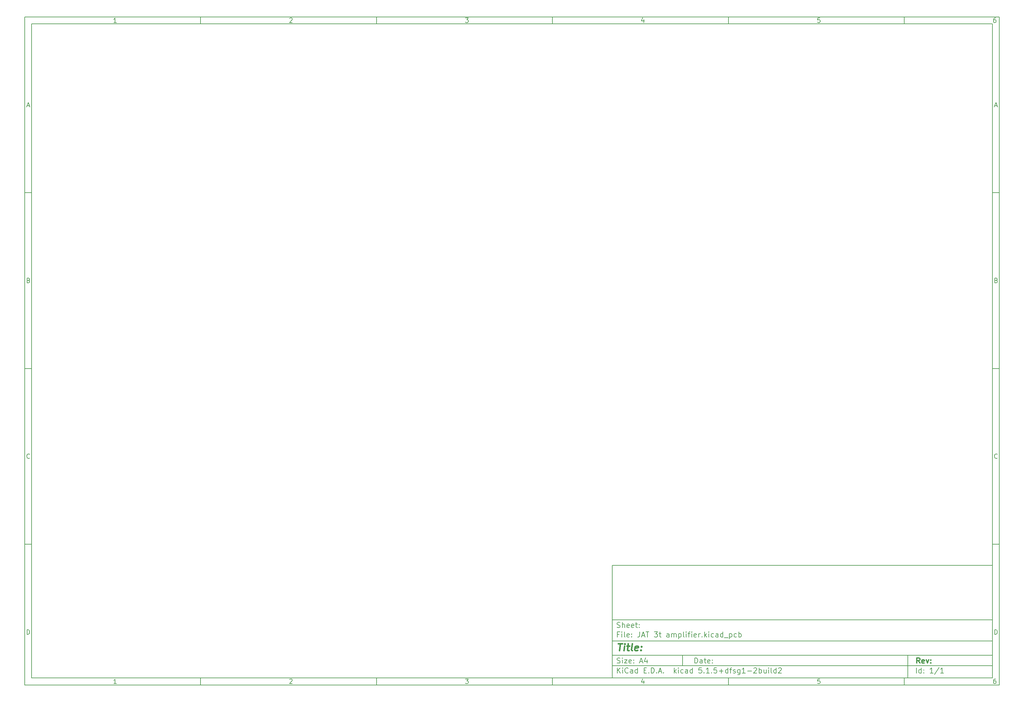
<source format=gbo>
G04 #@! TF.GenerationSoftware,KiCad,Pcbnew,5.1.5+dfsg1-2build2*
G04 #@! TF.CreationDate,2020-06-12T12:31:15-06:00*
G04 #@! TF.ProjectId,JAT 3t amplifier,4a415420-3374-4206-916d-706c69666965,rev?*
G04 #@! TF.SameCoordinates,Original*
G04 #@! TF.FileFunction,Legend,Bot*
G04 #@! TF.FilePolarity,Positive*
%FSLAX46Y46*%
G04 Gerber Fmt 4.6, Leading zero omitted, Abs format (unit mm)*
G04 Created by KiCad (PCBNEW 5.1.5+dfsg1-2build2) date 2020-06-12 12:31:15*
%MOMM*%
%LPD*%
G04 APERTURE LIST*
%ADD10C,0.100000*%
%ADD11C,0.150000*%
%ADD12C,0.300000*%
%ADD13C,0.400000*%
G04 APERTURE END LIST*
D10*
D11*
X177002200Y-166007200D02*
X177002200Y-198007200D01*
X285002200Y-198007200D01*
X285002200Y-166007200D01*
X177002200Y-166007200D01*
D10*
D11*
X10000000Y-10000000D02*
X10000000Y-200007200D01*
X287002200Y-200007200D01*
X287002200Y-10000000D01*
X10000000Y-10000000D01*
D10*
D11*
X12000000Y-12000000D02*
X12000000Y-198007200D01*
X285002200Y-198007200D01*
X285002200Y-12000000D01*
X12000000Y-12000000D01*
D10*
D11*
X60000000Y-12000000D02*
X60000000Y-10000000D01*
D10*
D11*
X110000000Y-12000000D02*
X110000000Y-10000000D01*
D10*
D11*
X160000000Y-12000000D02*
X160000000Y-10000000D01*
D10*
D11*
X210000000Y-12000000D02*
X210000000Y-10000000D01*
D10*
D11*
X260000000Y-12000000D02*
X260000000Y-10000000D01*
D10*
D11*
X36065476Y-11588095D02*
X35322619Y-11588095D01*
X35694047Y-11588095D02*
X35694047Y-10288095D01*
X35570238Y-10473809D01*
X35446428Y-10597619D01*
X35322619Y-10659523D01*
D10*
D11*
X85322619Y-10411904D02*
X85384523Y-10350000D01*
X85508333Y-10288095D01*
X85817857Y-10288095D01*
X85941666Y-10350000D01*
X86003571Y-10411904D01*
X86065476Y-10535714D01*
X86065476Y-10659523D01*
X86003571Y-10845238D01*
X85260714Y-11588095D01*
X86065476Y-11588095D01*
D10*
D11*
X135260714Y-10288095D02*
X136065476Y-10288095D01*
X135632142Y-10783333D01*
X135817857Y-10783333D01*
X135941666Y-10845238D01*
X136003571Y-10907142D01*
X136065476Y-11030952D01*
X136065476Y-11340476D01*
X136003571Y-11464285D01*
X135941666Y-11526190D01*
X135817857Y-11588095D01*
X135446428Y-11588095D01*
X135322619Y-11526190D01*
X135260714Y-11464285D01*
D10*
D11*
X185941666Y-10721428D02*
X185941666Y-11588095D01*
X185632142Y-10226190D02*
X185322619Y-11154761D01*
X186127380Y-11154761D01*
D10*
D11*
X236003571Y-10288095D02*
X235384523Y-10288095D01*
X235322619Y-10907142D01*
X235384523Y-10845238D01*
X235508333Y-10783333D01*
X235817857Y-10783333D01*
X235941666Y-10845238D01*
X236003571Y-10907142D01*
X236065476Y-11030952D01*
X236065476Y-11340476D01*
X236003571Y-11464285D01*
X235941666Y-11526190D01*
X235817857Y-11588095D01*
X235508333Y-11588095D01*
X235384523Y-11526190D01*
X235322619Y-11464285D01*
D10*
D11*
X285941666Y-10288095D02*
X285694047Y-10288095D01*
X285570238Y-10350000D01*
X285508333Y-10411904D01*
X285384523Y-10597619D01*
X285322619Y-10845238D01*
X285322619Y-11340476D01*
X285384523Y-11464285D01*
X285446428Y-11526190D01*
X285570238Y-11588095D01*
X285817857Y-11588095D01*
X285941666Y-11526190D01*
X286003571Y-11464285D01*
X286065476Y-11340476D01*
X286065476Y-11030952D01*
X286003571Y-10907142D01*
X285941666Y-10845238D01*
X285817857Y-10783333D01*
X285570238Y-10783333D01*
X285446428Y-10845238D01*
X285384523Y-10907142D01*
X285322619Y-11030952D01*
D10*
D11*
X60000000Y-198007200D02*
X60000000Y-200007200D01*
D10*
D11*
X110000000Y-198007200D02*
X110000000Y-200007200D01*
D10*
D11*
X160000000Y-198007200D02*
X160000000Y-200007200D01*
D10*
D11*
X210000000Y-198007200D02*
X210000000Y-200007200D01*
D10*
D11*
X260000000Y-198007200D02*
X260000000Y-200007200D01*
D10*
D11*
X36065476Y-199595295D02*
X35322619Y-199595295D01*
X35694047Y-199595295D02*
X35694047Y-198295295D01*
X35570238Y-198481009D01*
X35446428Y-198604819D01*
X35322619Y-198666723D01*
D10*
D11*
X85322619Y-198419104D02*
X85384523Y-198357200D01*
X85508333Y-198295295D01*
X85817857Y-198295295D01*
X85941666Y-198357200D01*
X86003571Y-198419104D01*
X86065476Y-198542914D01*
X86065476Y-198666723D01*
X86003571Y-198852438D01*
X85260714Y-199595295D01*
X86065476Y-199595295D01*
D10*
D11*
X135260714Y-198295295D02*
X136065476Y-198295295D01*
X135632142Y-198790533D01*
X135817857Y-198790533D01*
X135941666Y-198852438D01*
X136003571Y-198914342D01*
X136065476Y-199038152D01*
X136065476Y-199347676D01*
X136003571Y-199471485D01*
X135941666Y-199533390D01*
X135817857Y-199595295D01*
X135446428Y-199595295D01*
X135322619Y-199533390D01*
X135260714Y-199471485D01*
D10*
D11*
X185941666Y-198728628D02*
X185941666Y-199595295D01*
X185632142Y-198233390D02*
X185322619Y-199161961D01*
X186127380Y-199161961D01*
D10*
D11*
X236003571Y-198295295D02*
X235384523Y-198295295D01*
X235322619Y-198914342D01*
X235384523Y-198852438D01*
X235508333Y-198790533D01*
X235817857Y-198790533D01*
X235941666Y-198852438D01*
X236003571Y-198914342D01*
X236065476Y-199038152D01*
X236065476Y-199347676D01*
X236003571Y-199471485D01*
X235941666Y-199533390D01*
X235817857Y-199595295D01*
X235508333Y-199595295D01*
X235384523Y-199533390D01*
X235322619Y-199471485D01*
D10*
D11*
X285941666Y-198295295D02*
X285694047Y-198295295D01*
X285570238Y-198357200D01*
X285508333Y-198419104D01*
X285384523Y-198604819D01*
X285322619Y-198852438D01*
X285322619Y-199347676D01*
X285384523Y-199471485D01*
X285446428Y-199533390D01*
X285570238Y-199595295D01*
X285817857Y-199595295D01*
X285941666Y-199533390D01*
X286003571Y-199471485D01*
X286065476Y-199347676D01*
X286065476Y-199038152D01*
X286003571Y-198914342D01*
X285941666Y-198852438D01*
X285817857Y-198790533D01*
X285570238Y-198790533D01*
X285446428Y-198852438D01*
X285384523Y-198914342D01*
X285322619Y-199038152D01*
D10*
D11*
X10000000Y-60000000D02*
X12000000Y-60000000D01*
D10*
D11*
X10000000Y-110000000D02*
X12000000Y-110000000D01*
D10*
D11*
X10000000Y-160000000D02*
X12000000Y-160000000D01*
D10*
D11*
X10690476Y-35216666D02*
X11309523Y-35216666D01*
X10566666Y-35588095D02*
X11000000Y-34288095D01*
X11433333Y-35588095D01*
D10*
D11*
X11092857Y-84907142D02*
X11278571Y-84969047D01*
X11340476Y-85030952D01*
X11402380Y-85154761D01*
X11402380Y-85340476D01*
X11340476Y-85464285D01*
X11278571Y-85526190D01*
X11154761Y-85588095D01*
X10659523Y-85588095D01*
X10659523Y-84288095D01*
X11092857Y-84288095D01*
X11216666Y-84350000D01*
X11278571Y-84411904D01*
X11340476Y-84535714D01*
X11340476Y-84659523D01*
X11278571Y-84783333D01*
X11216666Y-84845238D01*
X11092857Y-84907142D01*
X10659523Y-84907142D01*
D10*
D11*
X11402380Y-135464285D02*
X11340476Y-135526190D01*
X11154761Y-135588095D01*
X11030952Y-135588095D01*
X10845238Y-135526190D01*
X10721428Y-135402380D01*
X10659523Y-135278571D01*
X10597619Y-135030952D01*
X10597619Y-134845238D01*
X10659523Y-134597619D01*
X10721428Y-134473809D01*
X10845238Y-134350000D01*
X11030952Y-134288095D01*
X11154761Y-134288095D01*
X11340476Y-134350000D01*
X11402380Y-134411904D01*
D10*
D11*
X10659523Y-185588095D02*
X10659523Y-184288095D01*
X10969047Y-184288095D01*
X11154761Y-184350000D01*
X11278571Y-184473809D01*
X11340476Y-184597619D01*
X11402380Y-184845238D01*
X11402380Y-185030952D01*
X11340476Y-185278571D01*
X11278571Y-185402380D01*
X11154761Y-185526190D01*
X10969047Y-185588095D01*
X10659523Y-185588095D01*
D10*
D11*
X287002200Y-60000000D02*
X285002200Y-60000000D01*
D10*
D11*
X287002200Y-110000000D02*
X285002200Y-110000000D01*
D10*
D11*
X287002200Y-160000000D02*
X285002200Y-160000000D01*
D10*
D11*
X285692676Y-35216666D02*
X286311723Y-35216666D01*
X285568866Y-35588095D02*
X286002200Y-34288095D01*
X286435533Y-35588095D01*
D10*
D11*
X286095057Y-84907142D02*
X286280771Y-84969047D01*
X286342676Y-85030952D01*
X286404580Y-85154761D01*
X286404580Y-85340476D01*
X286342676Y-85464285D01*
X286280771Y-85526190D01*
X286156961Y-85588095D01*
X285661723Y-85588095D01*
X285661723Y-84288095D01*
X286095057Y-84288095D01*
X286218866Y-84350000D01*
X286280771Y-84411904D01*
X286342676Y-84535714D01*
X286342676Y-84659523D01*
X286280771Y-84783333D01*
X286218866Y-84845238D01*
X286095057Y-84907142D01*
X285661723Y-84907142D01*
D10*
D11*
X286404580Y-135464285D02*
X286342676Y-135526190D01*
X286156961Y-135588095D01*
X286033152Y-135588095D01*
X285847438Y-135526190D01*
X285723628Y-135402380D01*
X285661723Y-135278571D01*
X285599819Y-135030952D01*
X285599819Y-134845238D01*
X285661723Y-134597619D01*
X285723628Y-134473809D01*
X285847438Y-134350000D01*
X286033152Y-134288095D01*
X286156961Y-134288095D01*
X286342676Y-134350000D01*
X286404580Y-134411904D01*
D10*
D11*
X285661723Y-185588095D02*
X285661723Y-184288095D01*
X285971247Y-184288095D01*
X286156961Y-184350000D01*
X286280771Y-184473809D01*
X286342676Y-184597619D01*
X286404580Y-184845238D01*
X286404580Y-185030952D01*
X286342676Y-185278571D01*
X286280771Y-185402380D01*
X286156961Y-185526190D01*
X285971247Y-185588095D01*
X285661723Y-185588095D01*
D10*
D11*
X200434342Y-193785771D02*
X200434342Y-192285771D01*
X200791485Y-192285771D01*
X201005771Y-192357200D01*
X201148628Y-192500057D01*
X201220057Y-192642914D01*
X201291485Y-192928628D01*
X201291485Y-193142914D01*
X201220057Y-193428628D01*
X201148628Y-193571485D01*
X201005771Y-193714342D01*
X200791485Y-193785771D01*
X200434342Y-193785771D01*
X202577200Y-193785771D02*
X202577200Y-193000057D01*
X202505771Y-192857200D01*
X202362914Y-192785771D01*
X202077200Y-192785771D01*
X201934342Y-192857200D01*
X202577200Y-193714342D02*
X202434342Y-193785771D01*
X202077200Y-193785771D01*
X201934342Y-193714342D01*
X201862914Y-193571485D01*
X201862914Y-193428628D01*
X201934342Y-193285771D01*
X202077200Y-193214342D01*
X202434342Y-193214342D01*
X202577200Y-193142914D01*
X203077200Y-192785771D02*
X203648628Y-192785771D01*
X203291485Y-192285771D02*
X203291485Y-193571485D01*
X203362914Y-193714342D01*
X203505771Y-193785771D01*
X203648628Y-193785771D01*
X204720057Y-193714342D02*
X204577200Y-193785771D01*
X204291485Y-193785771D01*
X204148628Y-193714342D01*
X204077200Y-193571485D01*
X204077200Y-193000057D01*
X204148628Y-192857200D01*
X204291485Y-192785771D01*
X204577200Y-192785771D01*
X204720057Y-192857200D01*
X204791485Y-193000057D01*
X204791485Y-193142914D01*
X204077200Y-193285771D01*
X205434342Y-193642914D02*
X205505771Y-193714342D01*
X205434342Y-193785771D01*
X205362914Y-193714342D01*
X205434342Y-193642914D01*
X205434342Y-193785771D01*
X205434342Y-192857200D02*
X205505771Y-192928628D01*
X205434342Y-193000057D01*
X205362914Y-192928628D01*
X205434342Y-192857200D01*
X205434342Y-193000057D01*
D10*
D11*
X177002200Y-194507200D02*
X285002200Y-194507200D01*
D10*
D11*
X178434342Y-196585771D02*
X178434342Y-195085771D01*
X179291485Y-196585771D02*
X178648628Y-195728628D01*
X179291485Y-195085771D02*
X178434342Y-195942914D01*
X179934342Y-196585771D02*
X179934342Y-195585771D01*
X179934342Y-195085771D02*
X179862914Y-195157200D01*
X179934342Y-195228628D01*
X180005771Y-195157200D01*
X179934342Y-195085771D01*
X179934342Y-195228628D01*
X181505771Y-196442914D02*
X181434342Y-196514342D01*
X181220057Y-196585771D01*
X181077200Y-196585771D01*
X180862914Y-196514342D01*
X180720057Y-196371485D01*
X180648628Y-196228628D01*
X180577200Y-195942914D01*
X180577200Y-195728628D01*
X180648628Y-195442914D01*
X180720057Y-195300057D01*
X180862914Y-195157200D01*
X181077200Y-195085771D01*
X181220057Y-195085771D01*
X181434342Y-195157200D01*
X181505771Y-195228628D01*
X182791485Y-196585771D02*
X182791485Y-195800057D01*
X182720057Y-195657200D01*
X182577200Y-195585771D01*
X182291485Y-195585771D01*
X182148628Y-195657200D01*
X182791485Y-196514342D02*
X182648628Y-196585771D01*
X182291485Y-196585771D01*
X182148628Y-196514342D01*
X182077200Y-196371485D01*
X182077200Y-196228628D01*
X182148628Y-196085771D01*
X182291485Y-196014342D01*
X182648628Y-196014342D01*
X182791485Y-195942914D01*
X184148628Y-196585771D02*
X184148628Y-195085771D01*
X184148628Y-196514342D02*
X184005771Y-196585771D01*
X183720057Y-196585771D01*
X183577200Y-196514342D01*
X183505771Y-196442914D01*
X183434342Y-196300057D01*
X183434342Y-195871485D01*
X183505771Y-195728628D01*
X183577200Y-195657200D01*
X183720057Y-195585771D01*
X184005771Y-195585771D01*
X184148628Y-195657200D01*
X186005771Y-195800057D02*
X186505771Y-195800057D01*
X186720057Y-196585771D02*
X186005771Y-196585771D01*
X186005771Y-195085771D01*
X186720057Y-195085771D01*
X187362914Y-196442914D02*
X187434342Y-196514342D01*
X187362914Y-196585771D01*
X187291485Y-196514342D01*
X187362914Y-196442914D01*
X187362914Y-196585771D01*
X188077200Y-196585771D02*
X188077200Y-195085771D01*
X188434342Y-195085771D01*
X188648628Y-195157200D01*
X188791485Y-195300057D01*
X188862914Y-195442914D01*
X188934342Y-195728628D01*
X188934342Y-195942914D01*
X188862914Y-196228628D01*
X188791485Y-196371485D01*
X188648628Y-196514342D01*
X188434342Y-196585771D01*
X188077200Y-196585771D01*
X189577200Y-196442914D02*
X189648628Y-196514342D01*
X189577200Y-196585771D01*
X189505771Y-196514342D01*
X189577200Y-196442914D01*
X189577200Y-196585771D01*
X190220057Y-196157200D02*
X190934342Y-196157200D01*
X190077200Y-196585771D02*
X190577200Y-195085771D01*
X191077200Y-196585771D01*
X191577200Y-196442914D02*
X191648628Y-196514342D01*
X191577200Y-196585771D01*
X191505771Y-196514342D01*
X191577200Y-196442914D01*
X191577200Y-196585771D01*
X194577200Y-196585771D02*
X194577200Y-195085771D01*
X194720057Y-196014342D02*
X195148628Y-196585771D01*
X195148628Y-195585771D02*
X194577200Y-196157200D01*
X195791485Y-196585771D02*
X195791485Y-195585771D01*
X195791485Y-195085771D02*
X195720057Y-195157200D01*
X195791485Y-195228628D01*
X195862914Y-195157200D01*
X195791485Y-195085771D01*
X195791485Y-195228628D01*
X197148628Y-196514342D02*
X197005771Y-196585771D01*
X196720057Y-196585771D01*
X196577200Y-196514342D01*
X196505771Y-196442914D01*
X196434342Y-196300057D01*
X196434342Y-195871485D01*
X196505771Y-195728628D01*
X196577200Y-195657200D01*
X196720057Y-195585771D01*
X197005771Y-195585771D01*
X197148628Y-195657200D01*
X198434342Y-196585771D02*
X198434342Y-195800057D01*
X198362914Y-195657200D01*
X198220057Y-195585771D01*
X197934342Y-195585771D01*
X197791485Y-195657200D01*
X198434342Y-196514342D02*
X198291485Y-196585771D01*
X197934342Y-196585771D01*
X197791485Y-196514342D01*
X197720057Y-196371485D01*
X197720057Y-196228628D01*
X197791485Y-196085771D01*
X197934342Y-196014342D01*
X198291485Y-196014342D01*
X198434342Y-195942914D01*
X199791485Y-196585771D02*
X199791485Y-195085771D01*
X199791485Y-196514342D02*
X199648628Y-196585771D01*
X199362914Y-196585771D01*
X199220057Y-196514342D01*
X199148628Y-196442914D01*
X199077200Y-196300057D01*
X199077200Y-195871485D01*
X199148628Y-195728628D01*
X199220057Y-195657200D01*
X199362914Y-195585771D01*
X199648628Y-195585771D01*
X199791485Y-195657200D01*
X202362914Y-195085771D02*
X201648628Y-195085771D01*
X201577200Y-195800057D01*
X201648628Y-195728628D01*
X201791485Y-195657200D01*
X202148628Y-195657200D01*
X202291485Y-195728628D01*
X202362914Y-195800057D01*
X202434342Y-195942914D01*
X202434342Y-196300057D01*
X202362914Y-196442914D01*
X202291485Y-196514342D01*
X202148628Y-196585771D01*
X201791485Y-196585771D01*
X201648628Y-196514342D01*
X201577200Y-196442914D01*
X203077200Y-196442914D02*
X203148628Y-196514342D01*
X203077200Y-196585771D01*
X203005771Y-196514342D01*
X203077200Y-196442914D01*
X203077200Y-196585771D01*
X204577200Y-196585771D02*
X203720057Y-196585771D01*
X204148628Y-196585771D02*
X204148628Y-195085771D01*
X204005771Y-195300057D01*
X203862914Y-195442914D01*
X203720057Y-195514342D01*
X205220057Y-196442914D02*
X205291485Y-196514342D01*
X205220057Y-196585771D01*
X205148628Y-196514342D01*
X205220057Y-196442914D01*
X205220057Y-196585771D01*
X206648628Y-195085771D02*
X205934342Y-195085771D01*
X205862914Y-195800057D01*
X205934342Y-195728628D01*
X206077200Y-195657200D01*
X206434342Y-195657200D01*
X206577200Y-195728628D01*
X206648628Y-195800057D01*
X206720057Y-195942914D01*
X206720057Y-196300057D01*
X206648628Y-196442914D01*
X206577200Y-196514342D01*
X206434342Y-196585771D01*
X206077200Y-196585771D01*
X205934342Y-196514342D01*
X205862914Y-196442914D01*
X207362914Y-196014342D02*
X208505771Y-196014342D01*
X207934342Y-196585771D02*
X207934342Y-195442914D01*
X209862914Y-196585771D02*
X209862914Y-195085771D01*
X209862914Y-196514342D02*
X209720057Y-196585771D01*
X209434342Y-196585771D01*
X209291485Y-196514342D01*
X209220057Y-196442914D01*
X209148628Y-196300057D01*
X209148628Y-195871485D01*
X209220057Y-195728628D01*
X209291485Y-195657200D01*
X209434342Y-195585771D01*
X209720057Y-195585771D01*
X209862914Y-195657200D01*
X210362914Y-195585771D02*
X210934342Y-195585771D01*
X210577200Y-196585771D02*
X210577200Y-195300057D01*
X210648628Y-195157200D01*
X210791485Y-195085771D01*
X210934342Y-195085771D01*
X211362914Y-196514342D02*
X211505771Y-196585771D01*
X211791485Y-196585771D01*
X211934342Y-196514342D01*
X212005771Y-196371485D01*
X212005771Y-196300057D01*
X211934342Y-196157200D01*
X211791485Y-196085771D01*
X211577200Y-196085771D01*
X211434342Y-196014342D01*
X211362914Y-195871485D01*
X211362914Y-195800057D01*
X211434342Y-195657200D01*
X211577200Y-195585771D01*
X211791485Y-195585771D01*
X211934342Y-195657200D01*
X213291485Y-195585771D02*
X213291485Y-196800057D01*
X213220057Y-196942914D01*
X213148628Y-197014342D01*
X213005771Y-197085771D01*
X212791485Y-197085771D01*
X212648628Y-197014342D01*
X213291485Y-196514342D02*
X213148628Y-196585771D01*
X212862914Y-196585771D01*
X212720057Y-196514342D01*
X212648628Y-196442914D01*
X212577200Y-196300057D01*
X212577200Y-195871485D01*
X212648628Y-195728628D01*
X212720057Y-195657200D01*
X212862914Y-195585771D01*
X213148628Y-195585771D01*
X213291485Y-195657200D01*
X214791485Y-196585771D02*
X213934342Y-196585771D01*
X214362914Y-196585771D02*
X214362914Y-195085771D01*
X214220057Y-195300057D01*
X214077200Y-195442914D01*
X213934342Y-195514342D01*
X215434342Y-196014342D02*
X216577200Y-196014342D01*
X217220057Y-195228628D02*
X217291485Y-195157200D01*
X217434342Y-195085771D01*
X217791485Y-195085771D01*
X217934342Y-195157200D01*
X218005771Y-195228628D01*
X218077200Y-195371485D01*
X218077200Y-195514342D01*
X218005771Y-195728628D01*
X217148628Y-196585771D01*
X218077200Y-196585771D01*
X218720057Y-196585771D02*
X218720057Y-195085771D01*
X218720057Y-195657200D02*
X218862914Y-195585771D01*
X219148628Y-195585771D01*
X219291485Y-195657200D01*
X219362914Y-195728628D01*
X219434342Y-195871485D01*
X219434342Y-196300057D01*
X219362914Y-196442914D01*
X219291485Y-196514342D01*
X219148628Y-196585771D01*
X218862914Y-196585771D01*
X218720057Y-196514342D01*
X220720057Y-195585771D02*
X220720057Y-196585771D01*
X220077200Y-195585771D02*
X220077200Y-196371485D01*
X220148628Y-196514342D01*
X220291485Y-196585771D01*
X220505771Y-196585771D01*
X220648628Y-196514342D01*
X220720057Y-196442914D01*
X221434342Y-196585771D02*
X221434342Y-195585771D01*
X221434342Y-195085771D02*
X221362914Y-195157200D01*
X221434342Y-195228628D01*
X221505771Y-195157200D01*
X221434342Y-195085771D01*
X221434342Y-195228628D01*
X222362914Y-196585771D02*
X222220057Y-196514342D01*
X222148628Y-196371485D01*
X222148628Y-195085771D01*
X223577200Y-196585771D02*
X223577200Y-195085771D01*
X223577200Y-196514342D02*
X223434342Y-196585771D01*
X223148628Y-196585771D01*
X223005771Y-196514342D01*
X222934342Y-196442914D01*
X222862914Y-196300057D01*
X222862914Y-195871485D01*
X222934342Y-195728628D01*
X223005771Y-195657200D01*
X223148628Y-195585771D01*
X223434342Y-195585771D01*
X223577200Y-195657200D01*
X224220057Y-195228628D02*
X224291485Y-195157200D01*
X224434342Y-195085771D01*
X224791485Y-195085771D01*
X224934342Y-195157200D01*
X225005771Y-195228628D01*
X225077200Y-195371485D01*
X225077200Y-195514342D01*
X225005771Y-195728628D01*
X224148628Y-196585771D01*
X225077200Y-196585771D01*
D10*
D11*
X177002200Y-191507200D02*
X285002200Y-191507200D01*
D10*
D12*
X264411485Y-193785771D02*
X263911485Y-193071485D01*
X263554342Y-193785771D02*
X263554342Y-192285771D01*
X264125771Y-192285771D01*
X264268628Y-192357200D01*
X264340057Y-192428628D01*
X264411485Y-192571485D01*
X264411485Y-192785771D01*
X264340057Y-192928628D01*
X264268628Y-193000057D01*
X264125771Y-193071485D01*
X263554342Y-193071485D01*
X265625771Y-193714342D02*
X265482914Y-193785771D01*
X265197200Y-193785771D01*
X265054342Y-193714342D01*
X264982914Y-193571485D01*
X264982914Y-193000057D01*
X265054342Y-192857200D01*
X265197200Y-192785771D01*
X265482914Y-192785771D01*
X265625771Y-192857200D01*
X265697200Y-193000057D01*
X265697200Y-193142914D01*
X264982914Y-193285771D01*
X266197200Y-192785771D02*
X266554342Y-193785771D01*
X266911485Y-192785771D01*
X267482914Y-193642914D02*
X267554342Y-193714342D01*
X267482914Y-193785771D01*
X267411485Y-193714342D01*
X267482914Y-193642914D01*
X267482914Y-193785771D01*
X267482914Y-192857200D02*
X267554342Y-192928628D01*
X267482914Y-193000057D01*
X267411485Y-192928628D01*
X267482914Y-192857200D01*
X267482914Y-193000057D01*
D10*
D11*
X178362914Y-193714342D02*
X178577200Y-193785771D01*
X178934342Y-193785771D01*
X179077200Y-193714342D01*
X179148628Y-193642914D01*
X179220057Y-193500057D01*
X179220057Y-193357200D01*
X179148628Y-193214342D01*
X179077200Y-193142914D01*
X178934342Y-193071485D01*
X178648628Y-193000057D01*
X178505771Y-192928628D01*
X178434342Y-192857200D01*
X178362914Y-192714342D01*
X178362914Y-192571485D01*
X178434342Y-192428628D01*
X178505771Y-192357200D01*
X178648628Y-192285771D01*
X179005771Y-192285771D01*
X179220057Y-192357200D01*
X179862914Y-193785771D02*
X179862914Y-192785771D01*
X179862914Y-192285771D02*
X179791485Y-192357200D01*
X179862914Y-192428628D01*
X179934342Y-192357200D01*
X179862914Y-192285771D01*
X179862914Y-192428628D01*
X180434342Y-192785771D02*
X181220057Y-192785771D01*
X180434342Y-193785771D01*
X181220057Y-193785771D01*
X182362914Y-193714342D02*
X182220057Y-193785771D01*
X181934342Y-193785771D01*
X181791485Y-193714342D01*
X181720057Y-193571485D01*
X181720057Y-193000057D01*
X181791485Y-192857200D01*
X181934342Y-192785771D01*
X182220057Y-192785771D01*
X182362914Y-192857200D01*
X182434342Y-193000057D01*
X182434342Y-193142914D01*
X181720057Y-193285771D01*
X183077200Y-193642914D02*
X183148628Y-193714342D01*
X183077200Y-193785771D01*
X183005771Y-193714342D01*
X183077200Y-193642914D01*
X183077200Y-193785771D01*
X183077200Y-192857200D02*
X183148628Y-192928628D01*
X183077200Y-193000057D01*
X183005771Y-192928628D01*
X183077200Y-192857200D01*
X183077200Y-193000057D01*
X184862914Y-193357200D02*
X185577200Y-193357200D01*
X184720057Y-193785771D02*
X185220057Y-192285771D01*
X185720057Y-193785771D01*
X186862914Y-192785771D02*
X186862914Y-193785771D01*
X186505771Y-192214342D02*
X186148628Y-193285771D01*
X187077200Y-193285771D01*
D10*
D11*
X263434342Y-196585771D02*
X263434342Y-195085771D01*
X264791485Y-196585771D02*
X264791485Y-195085771D01*
X264791485Y-196514342D02*
X264648628Y-196585771D01*
X264362914Y-196585771D01*
X264220057Y-196514342D01*
X264148628Y-196442914D01*
X264077200Y-196300057D01*
X264077200Y-195871485D01*
X264148628Y-195728628D01*
X264220057Y-195657200D01*
X264362914Y-195585771D01*
X264648628Y-195585771D01*
X264791485Y-195657200D01*
X265505771Y-196442914D02*
X265577200Y-196514342D01*
X265505771Y-196585771D01*
X265434342Y-196514342D01*
X265505771Y-196442914D01*
X265505771Y-196585771D01*
X265505771Y-195657200D02*
X265577200Y-195728628D01*
X265505771Y-195800057D01*
X265434342Y-195728628D01*
X265505771Y-195657200D01*
X265505771Y-195800057D01*
X268148628Y-196585771D02*
X267291485Y-196585771D01*
X267720057Y-196585771D02*
X267720057Y-195085771D01*
X267577200Y-195300057D01*
X267434342Y-195442914D01*
X267291485Y-195514342D01*
X269862914Y-195014342D02*
X268577200Y-196942914D01*
X271148628Y-196585771D02*
X270291485Y-196585771D01*
X270720057Y-196585771D02*
X270720057Y-195085771D01*
X270577200Y-195300057D01*
X270434342Y-195442914D01*
X270291485Y-195514342D01*
D10*
D11*
X177002200Y-187507200D02*
X285002200Y-187507200D01*
D10*
D13*
X178714580Y-188211961D02*
X179857438Y-188211961D01*
X179036009Y-190211961D02*
X179286009Y-188211961D01*
X180274104Y-190211961D02*
X180440771Y-188878628D01*
X180524104Y-188211961D02*
X180416961Y-188307200D01*
X180500295Y-188402438D01*
X180607438Y-188307200D01*
X180524104Y-188211961D01*
X180500295Y-188402438D01*
X181107438Y-188878628D02*
X181869342Y-188878628D01*
X181476485Y-188211961D02*
X181262200Y-189926247D01*
X181333628Y-190116723D01*
X181512200Y-190211961D01*
X181702676Y-190211961D01*
X182655057Y-190211961D02*
X182476485Y-190116723D01*
X182405057Y-189926247D01*
X182619342Y-188211961D01*
X184190771Y-190116723D02*
X183988390Y-190211961D01*
X183607438Y-190211961D01*
X183428866Y-190116723D01*
X183357438Y-189926247D01*
X183452676Y-189164342D01*
X183571723Y-188973866D01*
X183774104Y-188878628D01*
X184155057Y-188878628D01*
X184333628Y-188973866D01*
X184405057Y-189164342D01*
X184381247Y-189354819D01*
X183405057Y-189545295D01*
X185155057Y-190021485D02*
X185238390Y-190116723D01*
X185131247Y-190211961D01*
X185047914Y-190116723D01*
X185155057Y-190021485D01*
X185131247Y-190211961D01*
X185286009Y-188973866D02*
X185369342Y-189069104D01*
X185262200Y-189164342D01*
X185178866Y-189069104D01*
X185286009Y-188973866D01*
X185262200Y-189164342D01*
D10*
D11*
X178934342Y-185600057D02*
X178434342Y-185600057D01*
X178434342Y-186385771D02*
X178434342Y-184885771D01*
X179148628Y-184885771D01*
X179720057Y-186385771D02*
X179720057Y-185385771D01*
X179720057Y-184885771D02*
X179648628Y-184957200D01*
X179720057Y-185028628D01*
X179791485Y-184957200D01*
X179720057Y-184885771D01*
X179720057Y-185028628D01*
X180648628Y-186385771D02*
X180505771Y-186314342D01*
X180434342Y-186171485D01*
X180434342Y-184885771D01*
X181791485Y-186314342D02*
X181648628Y-186385771D01*
X181362914Y-186385771D01*
X181220057Y-186314342D01*
X181148628Y-186171485D01*
X181148628Y-185600057D01*
X181220057Y-185457200D01*
X181362914Y-185385771D01*
X181648628Y-185385771D01*
X181791485Y-185457200D01*
X181862914Y-185600057D01*
X181862914Y-185742914D01*
X181148628Y-185885771D01*
X182505771Y-186242914D02*
X182577200Y-186314342D01*
X182505771Y-186385771D01*
X182434342Y-186314342D01*
X182505771Y-186242914D01*
X182505771Y-186385771D01*
X182505771Y-185457200D02*
X182577200Y-185528628D01*
X182505771Y-185600057D01*
X182434342Y-185528628D01*
X182505771Y-185457200D01*
X182505771Y-185600057D01*
X184791485Y-184885771D02*
X184791485Y-185957200D01*
X184720057Y-186171485D01*
X184577200Y-186314342D01*
X184362914Y-186385771D01*
X184220057Y-186385771D01*
X185434342Y-185957200D02*
X186148628Y-185957200D01*
X185291485Y-186385771D02*
X185791485Y-184885771D01*
X186291485Y-186385771D01*
X186577200Y-184885771D02*
X187434342Y-184885771D01*
X187005771Y-186385771D02*
X187005771Y-184885771D01*
X188934342Y-184885771D02*
X189862914Y-184885771D01*
X189362914Y-185457200D01*
X189577200Y-185457200D01*
X189720057Y-185528628D01*
X189791485Y-185600057D01*
X189862914Y-185742914D01*
X189862914Y-186100057D01*
X189791485Y-186242914D01*
X189720057Y-186314342D01*
X189577200Y-186385771D01*
X189148628Y-186385771D01*
X189005771Y-186314342D01*
X188934342Y-186242914D01*
X190291485Y-185385771D02*
X190862914Y-185385771D01*
X190505771Y-184885771D02*
X190505771Y-186171485D01*
X190577200Y-186314342D01*
X190720057Y-186385771D01*
X190862914Y-186385771D01*
X193148628Y-186385771D02*
X193148628Y-185600057D01*
X193077200Y-185457200D01*
X192934342Y-185385771D01*
X192648628Y-185385771D01*
X192505771Y-185457200D01*
X193148628Y-186314342D02*
X193005771Y-186385771D01*
X192648628Y-186385771D01*
X192505771Y-186314342D01*
X192434342Y-186171485D01*
X192434342Y-186028628D01*
X192505771Y-185885771D01*
X192648628Y-185814342D01*
X193005771Y-185814342D01*
X193148628Y-185742914D01*
X193862914Y-186385771D02*
X193862914Y-185385771D01*
X193862914Y-185528628D02*
X193934342Y-185457200D01*
X194077200Y-185385771D01*
X194291485Y-185385771D01*
X194434342Y-185457200D01*
X194505771Y-185600057D01*
X194505771Y-186385771D01*
X194505771Y-185600057D02*
X194577200Y-185457200D01*
X194720057Y-185385771D01*
X194934342Y-185385771D01*
X195077200Y-185457200D01*
X195148628Y-185600057D01*
X195148628Y-186385771D01*
X195862914Y-185385771D02*
X195862914Y-186885771D01*
X195862914Y-185457200D02*
X196005771Y-185385771D01*
X196291485Y-185385771D01*
X196434342Y-185457200D01*
X196505771Y-185528628D01*
X196577200Y-185671485D01*
X196577200Y-186100057D01*
X196505771Y-186242914D01*
X196434342Y-186314342D01*
X196291485Y-186385771D01*
X196005771Y-186385771D01*
X195862914Y-186314342D01*
X197434342Y-186385771D02*
X197291485Y-186314342D01*
X197220057Y-186171485D01*
X197220057Y-184885771D01*
X198005771Y-186385771D02*
X198005771Y-185385771D01*
X198005771Y-184885771D02*
X197934342Y-184957200D01*
X198005771Y-185028628D01*
X198077200Y-184957200D01*
X198005771Y-184885771D01*
X198005771Y-185028628D01*
X198505771Y-185385771D02*
X199077200Y-185385771D01*
X198720057Y-186385771D02*
X198720057Y-185100057D01*
X198791485Y-184957200D01*
X198934342Y-184885771D01*
X199077200Y-184885771D01*
X199577200Y-186385771D02*
X199577200Y-185385771D01*
X199577200Y-184885771D02*
X199505771Y-184957200D01*
X199577200Y-185028628D01*
X199648628Y-184957200D01*
X199577200Y-184885771D01*
X199577200Y-185028628D01*
X200862914Y-186314342D02*
X200720057Y-186385771D01*
X200434342Y-186385771D01*
X200291485Y-186314342D01*
X200220057Y-186171485D01*
X200220057Y-185600057D01*
X200291485Y-185457200D01*
X200434342Y-185385771D01*
X200720057Y-185385771D01*
X200862914Y-185457200D01*
X200934342Y-185600057D01*
X200934342Y-185742914D01*
X200220057Y-185885771D01*
X201577200Y-186385771D02*
X201577200Y-185385771D01*
X201577200Y-185671485D02*
X201648628Y-185528628D01*
X201720057Y-185457200D01*
X201862914Y-185385771D01*
X202005771Y-185385771D01*
X202505771Y-186242914D02*
X202577200Y-186314342D01*
X202505771Y-186385771D01*
X202434342Y-186314342D01*
X202505771Y-186242914D01*
X202505771Y-186385771D01*
X203220057Y-186385771D02*
X203220057Y-184885771D01*
X203362914Y-185814342D02*
X203791485Y-186385771D01*
X203791485Y-185385771D02*
X203220057Y-185957200D01*
X204434342Y-186385771D02*
X204434342Y-185385771D01*
X204434342Y-184885771D02*
X204362914Y-184957200D01*
X204434342Y-185028628D01*
X204505771Y-184957200D01*
X204434342Y-184885771D01*
X204434342Y-185028628D01*
X205791485Y-186314342D02*
X205648628Y-186385771D01*
X205362914Y-186385771D01*
X205220057Y-186314342D01*
X205148628Y-186242914D01*
X205077200Y-186100057D01*
X205077200Y-185671485D01*
X205148628Y-185528628D01*
X205220057Y-185457200D01*
X205362914Y-185385771D01*
X205648628Y-185385771D01*
X205791485Y-185457200D01*
X207077200Y-186385771D02*
X207077200Y-185600057D01*
X207005771Y-185457200D01*
X206862914Y-185385771D01*
X206577200Y-185385771D01*
X206434342Y-185457200D01*
X207077200Y-186314342D02*
X206934342Y-186385771D01*
X206577200Y-186385771D01*
X206434342Y-186314342D01*
X206362914Y-186171485D01*
X206362914Y-186028628D01*
X206434342Y-185885771D01*
X206577200Y-185814342D01*
X206934342Y-185814342D01*
X207077200Y-185742914D01*
X208434342Y-186385771D02*
X208434342Y-184885771D01*
X208434342Y-186314342D02*
X208291485Y-186385771D01*
X208005771Y-186385771D01*
X207862914Y-186314342D01*
X207791485Y-186242914D01*
X207720057Y-186100057D01*
X207720057Y-185671485D01*
X207791485Y-185528628D01*
X207862914Y-185457200D01*
X208005771Y-185385771D01*
X208291485Y-185385771D01*
X208434342Y-185457200D01*
X208791485Y-186528628D02*
X209934342Y-186528628D01*
X210291485Y-185385771D02*
X210291485Y-186885771D01*
X210291485Y-185457200D02*
X210434342Y-185385771D01*
X210720057Y-185385771D01*
X210862914Y-185457200D01*
X210934342Y-185528628D01*
X211005771Y-185671485D01*
X211005771Y-186100057D01*
X210934342Y-186242914D01*
X210862914Y-186314342D01*
X210720057Y-186385771D01*
X210434342Y-186385771D01*
X210291485Y-186314342D01*
X212291485Y-186314342D02*
X212148628Y-186385771D01*
X211862914Y-186385771D01*
X211720057Y-186314342D01*
X211648628Y-186242914D01*
X211577200Y-186100057D01*
X211577200Y-185671485D01*
X211648628Y-185528628D01*
X211720057Y-185457200D01*
X211862914Y-185385771D01*
X212148628Y-185385771D01*
X212291485Y-185457200D01*
X212934342Y-186385771D02*
X212934342Y-184885771D01*
X212934342Y-185457200D02*
X213077200Y-185385771D01*
X213362914Y-185385771D01*
X213505771Y-185457200D01*
X213577200Y-185528628D01*
X213648628Y-185671485D01*
X213648628Y-186100057D01*
X213577200Y-186242914D01*
X213505771Y-186314342D01*
X213362914Y-186385771D01*
X213077200Y-186385771D01*
X212934342Y-186314342D01*
D10*
D11*
X177002200Y-181507200D02*
X285002200Y-181507200D01*
D10*
D11*
X178362914Y-183614342D02*
X178577200Y-183685771D01*
X178934342Y-183685771D01*
X179077200Y-183614342D01*
X179148628Y-183542914D01*
X179220057Y-183400057D01*
X179220057Y-183257200D01*
X179148628Y-183114342D01*
X179077200Y-183042914D01*
X178934342Y-182971485D01*
X178648628Y-182900057D01*
X178505771Y-182828628D01*
X178434342Y-182757200D01*
X178362914Y-182614342D01*
X178362914Y-182471485D01*
X178434342Y-182328628D01*
X178505771Y-182257200D01*
X178648628Y-182185771D01*
X179005771Y-182185771D01*
X179220057Y-182257200D01*
X179862914Y-183685771D02*
X179862914Y-182185771D01*
X180505771Y-183685771D02*
X180505771Y-182900057D01*
X180434342Y-182757200D01*
X180291485Y-182685771D01*
X180077200Y-182685771D01*
X179934342Y-182757200D01*
X179862914Y-182828628D01*
X181791485Y-183614342D02*
X181648628Y-183685771D01*
X181362914Y-183685771D01*
X181220057Y-183614342D01*
X181148628Y-183471485D01*
X181148628Y-182900057D01*
X181220057Y-182757200D01*
X181362914Y-182685771D01*
X181648628Y-182685771D01*
X181791485Y-182757200D01*
X181862914Y-182900057D01*
X181862914Y-183042914D01*
X181148628Y-183185771D01*
X183077200Y-183614342D02*
X182934342Y-183685771D01*
X182648628Y-183685771D01*
X182505771Y-183614342D01*
X182434342Y-183471485D01*
X182434342Y-182900057D01*
X182505771Y-182757200D01*
X182648628Y-182685771D01*
X182934342Y-182685771D01*
X183077200Y-182757200D01*
X183148628Y-182900057D01*
X183148628Y-183042914D01*
X182434342Y-183185771D01*
X183577200Y-182685771D02*
X184148628Y-182685771D01*
X183791485Y-182185771D02*
X183791485Y-183471485D01*
X183862914Y-183614342D01*
X184005771Y-183685771D01*
X184148628Y-183685771D01*
X184648628Y-183542914D02*
X184720057Y-183614342D01*
X184648628Y-183685771D01*
X184577200Y-183614342D01*
X184648628Y-183542914D01*
X184648628Y-183685771D01*
X184648628Y-182757200D02*
X184720057Y-182828628D01*
X184648628Y-182900057D01*
X184577200Y-182828628D01*
X184648628Y-182757200D01*
X184648628Y-182900057D01*
D10*
D11*
X197002200Y-191507200D02*
X197002200Y-194507200D01*
D10*
D11*
X261002200Y-191507200D02*
X261002200Y-198007200D01*
M02*

</source>
